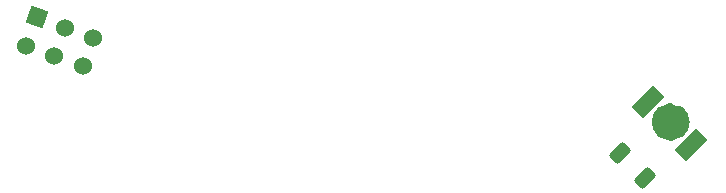
<source format=gbs>
%TF.GenerationSoftware,KiCad,Pcbnew,(6.0.4-0)*%
%TF.CreationDate,2022-05-22T15:15:47-04:00*%
%TF.ProjectId,space_shuttle_SAO,73706163-655f-4736-9875-74746c655f53,v03*%
%TF.SameCoordinates,Original*%
%TF.FileFunction,Soldermask,Bot*%
%TF.FilePolarity,Negative*%
%FSLAX46Y46*%
G04 Gerber Fmt 4.6, Leading zero omitted, Abs format (unit mm)*
G04 Created by KiCad (PCBNEW (6.0.4-0)) date 2022-05-22 15:15:47*
%MOMM*%
%LPD*%
G01*
G04 APERTURE LIST*
G04 Aperture macros list*
%AMRoundRect*
0 Rectangle with rounded corners*
0 $1 Rounding radius*
0 $2 $3 $4 $5 $6 $7 $8 $9 X,Y pos of 4 corners*
0 Add a 4 corners polygon primitive as box body*
4,1,4,$2,$3,$4,$5,$6,$7,$8,$9,$2,$3,0*
0 Add four circle primitives for the rounded corners*
1,1,$1+$1,$2,$3*
1,1,$1+$1,$4,$5*
1,1,$1+$1,$6,$7*
1,1,$1+$1,$8,$9*
0 Add four rect primitives between the rounded corners*
20,1,$1+$1,$2,$3,$4,$5,0*
20,1,$1+$1,$4,$5,$6,$7,0*
20,1,$1+$1,$6,$7,$8,$9,0*
20,1,$1+$1,$8,$9,$2,$3,0*%
%AMRotRect*
0 Rectangle, with rotation*
0 The origin of the aperture is its center*
0 $1 length*
0 $2 width*
0 $3 Rotation angle, in degrees counterclockwise*
0 Add horizontal line*
21,1,$1,$2,0,0,$3*%
G04 Aperture macros list end*
%ADD10C,1.600000*%
%ADD11RotRect,1.524000X1.524000X340.000000*%
%ADD12C,1.524000*%
%ADD13RotRect,1.400000X2.600000X315.000000*%
%ADD14RoundRect,0.249998X-0.662915X-0.220971X-0.220971X-0.662915X0.662915X0.220971X0.220971X0.662915X0*%
G04 APERTURE END LIST*
D10*
%TO.C,D1*%
X167559933Y-106665718D02*
G75*
G03*
X167559933Y-106665718I-799999J0D01*
G01*
%TD*%
D11*
%TO.C,J1*%
X113067172Y-97821158D03*
D12*
X112198441Y-100207977D03*
X115453992Y-98689889D03*
X114585260Y-101076709D03*
X117840811Y-99558621D03*
X116972080Y-101945440D03*
%TD*%
D13*
%TO.C,D1*%
X164831724Y-104938524D03*
X168508680Y-108615480D03*
%TD*%
D14*
%TO.C,R1*%
X162493232Y-109310712D03*
X164561520Y-111379000D03*
%TD*%
M02*

</source>
